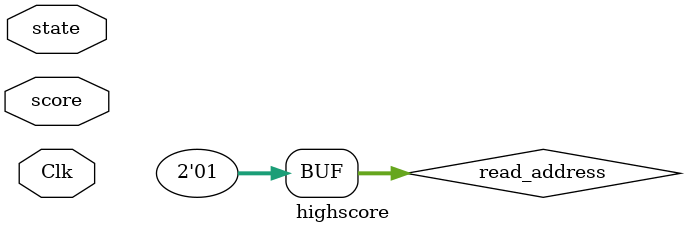
<source format=sv>
module highscore(
  input Clk,
  input [31:0] score,
  input [2:0] state
  );

logic we;
logic[1:0] write_address, read_address;
logic[31:0] smallest_score;
assign read_address = 4'd9;

hsRAM hs(.Clk(), .data_In(score), .write_address(write_address),
 .read_address(), .we(we), .data_Out(smallest_score));

always_comb begin
  if (state == 3'b011) begin //State Done
    if (smallest_score[31:0] > score[31:0]) begin
      write_address = 2'd2;
      we = 1'b1;
    end
    else begin
      we = 1'b0;
      write_address = 2'b0;
    end
  end

end
endmodule

</source>
